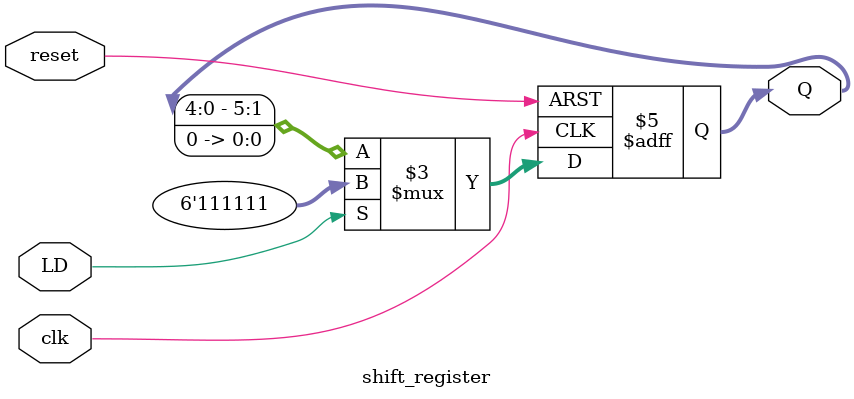
<source format=v>
module shift_register(
    input wire clk,      // Sinal de clock
    input wire reset,    // Sinal de reset para inicializar o registrador
    input wire LD,       // Sinal de carga (load) inicial em todos os estágios
    output reg [5:0] Q   // Saída do registrador de 6 bits
);

    // Bloco sempre sensível ao clock e ao reset
    always @(posedge clk or posedge reset) begin
        if (reset) begin
            Q <= 6'b000000;  // Reset do registrador para zero
        end else if (LD) begin
            Q <= 6'b111111;  // Carga inicial com todos os bits em 1
        end else begin
            Q <= {Q[4:0], 1'b0};  // Deslocamento para a esquerda com 0 no último bit
        end
    end

endmodule

</source>
